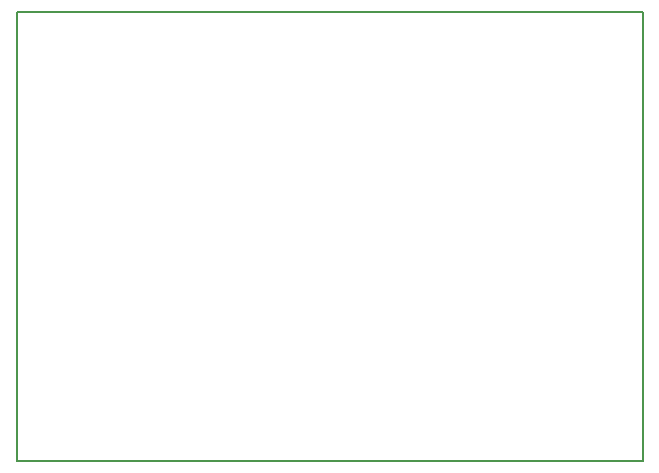
<source format=gbr>
G04 #@! TF.GenerationSoftware,KiCad,Pcbnew,(5.0.0-rc2-dev-321-g78161b592)*
G04 #@! TF.CreationDate,2018-04-15T21:01:51-04:00*
G04 #@! TF.ProjectId,VideoDACRAM,566964656F44414352414D2E6B696361,rev?*
G04 #@! TF.SameCoordinates,Original*
G04 #@! TF.FileFunction,Profile,NP*
%FSLAX46Y46*%
G04 Gerber Fmt 4.6, Leading zero omitted, Abs format (unit mm)*
G04 Created by KiCad (PCBNEW (5.0.0-rc2-dev-321-g78161b592)) date 04/15/18 21:01:51*
%MOMM*%
%LPD*%
G01*
G04 APERTURE LIST*
%ADD10C,0.150000*%
G04 APERTURE END LIST*
D10*
X88000000Y-50000000D02*
X88000000Y-88000000D01*
X141000000Y-50000000D02*
X88000000Y-50000000D01*
X141000000Y-88000000D02*
X141000000Y-50000000D01*
X88000000Y-88000000D02*
X141000000Y-88000000D01*
M02*

</source>
